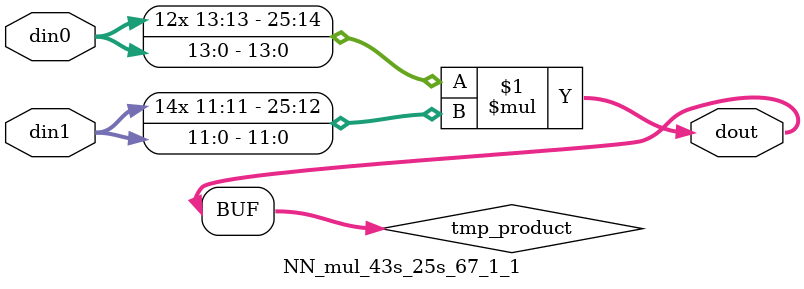
<source format=v>

`timescale 1 ns / 1 ps

 module NN_mul_43s_25s_67_1_1(din0, din1, dout);
parameter ID = 1;
parameter NUM_STAGE = 0;
parameter din0_WIDTH = 14;
parameter din1_WIDTH = 12;
parameter dout_WIDTH = 26;

input [din0_WIDTH - 1 : 0] din0; 
input [din1_WIDTH - 1 : 0] din1; 
output [dout_WIDTH - 1 : 0] dout;

wire signed [dout_WIDTH - 1 : 0] tmp_product;



























assign tmp_product = $signed(din0) * $signed(din1);








assign dout = tmp_product;





















endmodule

</source>
